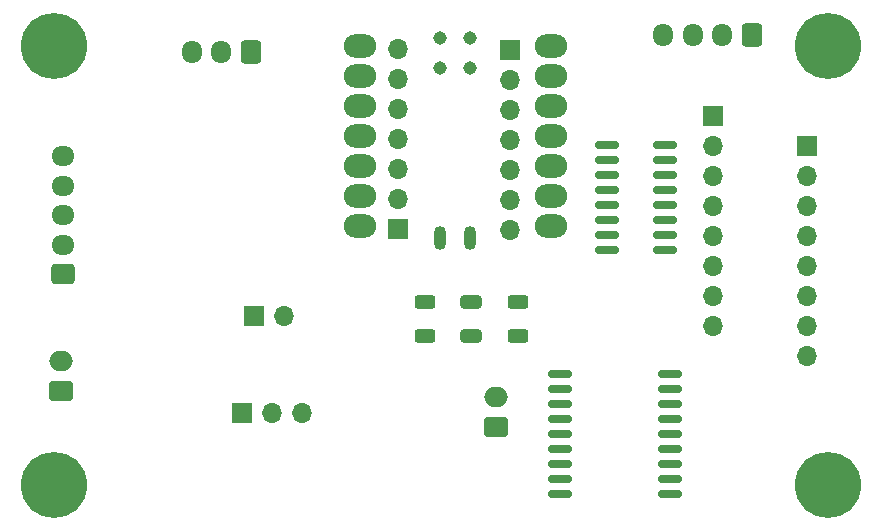
<source format=gbr>
%TF.GenerationSoftware,KiCad,Pcbnew,(6.0.6)*%
%TF.CreationDate,2022-07-29T16:25:05-07:00*%
%TF.ProjectId,ubitx raduino clone daughter board,75626974-7820-4726-9164-75696e6f2063,rev?*%
%TF.SameCoordinates,Original*%
%TF.FileFunction,Soldermask,Bot*%
%TF.FilePolarity,Negative*%
%FSLAX46Y46*%
G04 Gerber Fmt 4.6, Leading zero omitted, Abs format (unit mm)*
G04 Created by KiCad (PCBNEW (6.0.6)) date 2022-07-29 16:25:05*
%MOMM*%
%LPD*%
G01*
G04 APERTURE LIST*
G04 Aperture macros list*
%AMRoundRect*
0 Rectangle with rounded corners*
0 $1 Rounding radius*
0 $2 $3 $4 $5 $6 $7 $8 $9 X,Y pos of 4 corners*
0 Add a 4 corners polygon primitive as box body*
4,1,4,$2,$3,$4,$5,$6,$7,$8,$9,$2,$3,0*
0 Add four circle primitives for the rounded corners*
1,1,$1+$1,$2,$3*
1,1,$1+$1,$4,$5*
1,1,$1+$1,$6,$7*
1,1,$1+$1,$8,$9*
0 Add four rect primitives between the rounded corners*
20,1,$1+$1,$2,$3,$4,$5,0*
20,1,$1+$1,$4,$5,$6,$7,0*
20,1,$1+$1,$6,$7,$8,$9,0*
20,1,$1+$1,$8,$9,$2,$3,0*%
G04 Aperture macros list end*
%ADD10R,1.700000X1.700000*%
%ADD11O,1.700000X1.700000*%
%ADD12RoundRect,0.250000X0.750000X-0.600000X0.750000X0.600000X-0.750000X0.600000X-0.750000X-0.600000X0*%
%ADD13O,2.000000X1.700000*%
%ADD14C,5.600000*%
%ADD15C,3.600000*%
%ADD16RoundRect,0.250000X0.725000X-0.600000X0.725000X0.600000X-0.725000X0.600000X-0.725000X-0.600000X0*%
%ADD17O,1.950000X1.700000*%
%ADD18RoundRect,0.250000X0.600000X0.725000X-0.600000X0.725000X-0.600000X-0.725000X0.600000X-0.725000X0*%
%ADD19O,1.700000X1.950000*%
%ADD20RoundRect,0.150000X-0.875000X-0.150000X0.875000X-0.150000X0.875000X0.150000X-0.875000X0.150000X0*%
%ADD21RoundRect,0.250000X0.625000X-0.312500X0.625000X0.312500X-0.625000X0.312500X-0.625000X-0.312500X0*%
%ADD22O,2.748280X1.998980*%
%ADD23O,1.016000X2.032000*%
%ADD24C,1.143000*%
%ADD25RoundRect,0.250000X-0.625000X0.312500X-0.625000X-0.312500X0.625000X-0.312500X0.625000X0.312500X0*%
%ADD26RoundRect,0.150000X0.825000X0.150000X-0.825000X0.150000X-0.825000X-0.150000X0.825000X-0.150000X0*%
%ADD27RoundRect,0.250000X-0.650000X0.325000X-0.650000X-0.325000X0.650000X-0.325000X0.650000X0.325000X0*%
G04 APERTURE END LIST*
D10*
%TO.C,J4*%
X159508000Y-61172000D03*
D11*
X159508000Y-63712000D03*
X159508000Y-66252000D03*
X159508000Y-68792000D03*
X159508000Y-71332000D03*
X159508000Y-73872000D03*
X159508000Y-76412000D03*
%TD*%
D10*
%TO.C,J5*%
X149983000Y-76295000D03*
D11*
X149983000Y-73755000D03*
X149983000Y-71215000D03*
X149983000Y-68675000D03*
X149983000Y-66135000D03*
X149983000Y-63595000D03*
X149983000Y-61055000D03*
%TD*%
D12*
%TO.C,J9*%
X121518000Y-89981000D03*
D13*
X121518000Y-87481000D03*
%TD*%
D14*
%TO.C,Hole3*%
X186432000Y-98002000D03*
D15*
X186432000Y-98002000D03*
D14*
X186432000Y-98002000D03*
%TD*%
D10*
%TO.C,J7*%
X176653000Y-66771856D03*
D11*
X176653000Y-69311856D03*
X176653000Y-71851856D03*
X176653000Y-74391856D03*
X176653000Y-76931856D03*
X176653000Y-79471856D03*
X176653000Y-82011856D03*
X176653000Y-84551856D03*
%TD*%
D16*
%TO.C,J2*%
X121645000Y-80142000D03*
D17*
X121645000Y-77642000D03*
X121645000Y-75142000D03*
X121645000Y-72642000D03*
X121645000Y-70142000D03*
%TD*%
D12*
%TO.C,J8*%
X158348000Y-93029000D03*
D13*
X158348000Y-90529000D03*
%TD*%
D14*
%TO.C,Hole4*%
X120900000Y-98002000D03*
X120900000Y-98002000D03*
D15*
X120900000Y-98002000D03*
%TD*%
D18*
%TO.C,J3*%
X137537000Y-61299000D03*
D19*
X135037000Y-61299000D03*
X132537000Y-61299000D03*
%TD*%
D10*
%TO.C,JP1*%
X136775000Y-91842500D03*
D11*
X139315000Y-91842500D03*
X141855000Y-91842500D03*
%TD*%
D18*
%TO.C,J1*%
X179955000Y-59902000D03*
D19*
X177455000Y-59902000D03*
X174955000Y-59902000D03*
X172455000Y-59902000D03*
%TD*%
D10*
%TO.C,J6*%
X184654000Y-69311856D03*
D11*
X184654000Y-71851856D03*
X184654000Y-74391856D03*
X184654000Y-76931856D03*
X184654000Y-79471856D03*
X184654000Y-82011856D03*
X184654000Y-84551856D03*
X184654000Y-87091856D03*
%TD*%
D10*
%TO.C,JP2*%
X137786000Y-83651000D03*
D11*
X140326000Y-83651000D03*
%TD*%
D14*
%TO.C,Hole1*%
X120900000Y-60791000D03*
X120900000Y-60791000D03*
D15*
X120900000Y-60791000D03*
%TD*%
%TO.C,Hole2*%
X186432000Y-60791000D03*
D14*
X186432000Y-60791000D03*
X186432000Y-60791000D03*
%TD*%
D20*
%TO.C,U1*%
X163748000Y-98764000D03*
X163748000Y-97494000D03*
X163748000Y-96224000D03*
X163748000Y-94954000D03*
X163748000Y-93684000D03*
X163748000Y-92414000D03*
X163748000Y-91144000D03*
X163748000Y-89874000D03*
X163748000Y-88604000D03*
X173048000Y-88604000D03*
X173048000Y-89874000D03*
X173048000Y-91144000D03*
X173048000Y-92414000D03*
X173048000Y-93684000D03*
X173048000Y-94954000D03*
X173048000Y-96224000D03*
X173048000Y-97494000D03*
X173048000Y-98764000D03*
%TD*%
D21*
%TO.C,R2*%
X152269000Y-85367500D03*
X152269000Y-82442500D03*
%TD*%
D22*
%TO.C,M1*%
X162971290Y-60776490D03*
X162971290Y-63316490D03*
X162971290Y-65856490D03*
X162971290Y-68396490D03*
X162971290Y-70936490D03*
X162971290Y-73476490D03*
X162971290Y-76016490D03*
X146806730Y-76016490D03*
X146806730Y-73476490D03*
X146806730Y-70936490D03*
X146806730Y-68396490D03*
X146806730Y-65856490D03*
X146806730Y-63316490D03*
X146806730Y-60776490D03*
D23*
X156104410Y-77094310D03*
X153554410Y-77094310D03*
D24*
X156105607Y-60090123D03*
X153565607Y-60090123D03*
X156105607Y-62630123D03*
X153565607Y-62630123D03*
%TD*%
D25*
%TO.C,R1*%
X160143000Y-82442500D03*
X160143000Y-85367500D03*
%TD*%
D26*
%TO.C,U2*%
X172651000Y-69173000D03*
X172651000Y-70443000D03*
X172651000Y-71713000D03*
X172651000Y-72983000D03*
X172651000Y-74253000D03*
X172651000Y-75523000D03*
X172651000Y-76793000D03*
X172651000Y-78063000D03*
X167701000Y-78063000D03*
X167701000Y-76793000D03*
X167701000Y-75523000D03*
X167701000Y-74253000D03*
X167701000Y-72983000D03*
X167701000Y-71713000D03*
X167701000Y-70443000D03*
X167701000Y-69173000D03*
%TD*%
D27*
%TO.C,C1*%
X156206000Y-82450000D03*
X156206000Y-85400000D03*
%TD*%
M02*

</source>
